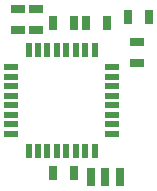
<source format=gtp>
G75*
G70*
%OFA0B0*%
%FSLAX24Y24*%
%IPPOS*%
%LPD*%
%AMOC8*
5,1,8,0,0,1.08239X$1,22.5*
%
%ADD10R,0.0200X0.0480*%
%ADD11R,0.0480X0.0200*%
%ADD12R,0.0452X0.0295*%
%ADD13R,0.0295X0.0452*%
%ADD14R,0.0256X0.0649*%
D10*
X002458Y002620D03*
X002773Y002620D03*
X003088Y002620D03*
X003403Y002620D03*
X003717Y002620D03*
X004032Y002620D03*
X004347Y002620D03*
X004662Y002620D03*
X004662Y006000D03*
X004347Y006000D03*
X004032Y006000D03*
X003717Y006000D03*
X003403Y006000D03*
X003088Y006000D03*
X002773Y006000D03*
X002458Y006000D03*
D11*
X001870Y005412D03*
X001870Y005097D03*
X001870Y004782D03*
X001870Y004467D03*
X001870Y004153D03*
X001870Y003838D03*
X001870Y003523D03*
X001870Y003208D03*
X005250Y003208D03*
X005250Y003523D03*
X005250Y003838D03*
X005250Y004153D03*
X005250Y004467D03*
X005250Y004782D03*
X005250Y005097D03*
X005250Y005412D03*
D12*
X006070Y005566D03*
X006070Y006274D03*
X002720Y006656D03*
X002120Y006656D03*
X002120Y007364D03*
X002720Y007364D03*
D13*
X003266Y006910D03*
X003974Y006910D03*
X004366Y006910D03*
X005074Y006910D03*
X005766Y007110D03*
X006474Y007110D03*
X003974Y001910D03*
X003266Y001910D03*
D14*
X004548Y001770D03*
X005020Y001770D03*
X005492Y001770D03*
M02*

</source>
